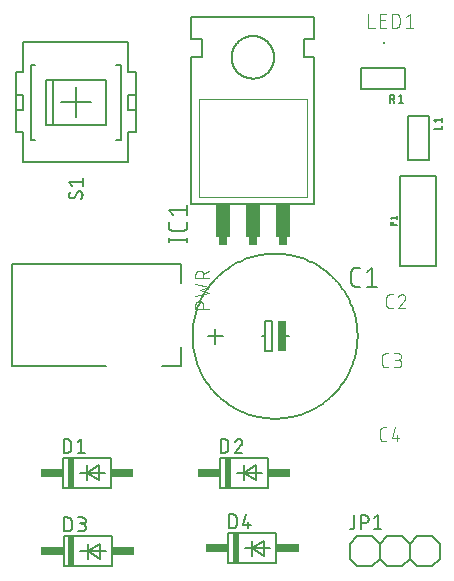
<source format=gbr>
G04 EAGLE Gerber RS-274X export*
G75*
%MOMM*%
%FSLAX34Y34*%
%LPD*%
%INSilkscreen Top*%
%IPPOS*%
%AMOC8*
5,1,8,0,0,1.08239X$1,22.5*%
G01*
%ADD10C,0.152400*%
%ADD11R,0.635000X2.540000*%
%ADD12C,0.177800*%
%ADD13C,0.101600*%
%ADD14R,0.508000X2.540000*%
%ADD15R,1.905000X0.762000*%
%ADD16C,0.127000*%
%ADD17C,0.203200*%
%ADD18R,0.200000X0.200000*%
%ADD19C,0.050800*%
%ADD20R,0.762000X0.635000*%
%ADD21R,1.270000X2.794000*%


D10*
X227270Y212100D02*
X229810Y212100D01*
X229810Y199400D01*
X236160Y199400D01*
X236160Y224800D01*
X229810Y224800D01*
X229810Y212100D01*
X245050Y212100D02*
X250130Y212100D01*
X194250Y212100D02*
X181550Y212100D01*
X187900Y205750D02*
X187900Y218450D01*
X168850Y212100D02*
X168871Y213814D01*
X168934Y215527D01*
X169039Y217238D01*
X169186Y218946D01*
X169375Y220650D01*
X169606Y222349D01*
X169878Y224042D01*
X170192Y225727D01*
X170547Y227404D01*
X170943Y229072D01*
X171380Y230730D01*
X171858Y232376D01*
X172375Y234011D01*
X172933Y235632D01*
X173530Y237239D01*
X174167Y238830D01*
X174842Y240406D01*
X175556Y241965D01*
X176308Y243505D01*
X177098Y245027D01*
X177924Y246529D01*
X178788Y248010D01*
X179687Y249470D01*
X180622Y250907D01*
X181592Y252320D01*
X182596Y253710D01*
X183634Y255074D01*
X184705Y256412D01*
X185809Y257724D01*
X186945Y259008D01*
X188111Y260264D01*
X189309Y261491D01*
X190536Y262689D01*
X191792Y263855D01*
X193076Y264991D01*
X194388Y266095D01*
X195726Y267166D01*
X197090Y268204D01*
X198480Y269208D01*
X199893Y270178D01*
X201330Y271113D01*
X202790Y272012D01*
X204271Y272876D01*
X205773Y273702D01*
X207295Y274492D01*
X208835Y275244D01*
X210394Y275958D01*
X211970Y276633D01*
X213561Y277270D01*
X215168Y277867D01*
X216789Y278425D01*
X218424Y278942D01*
X220070Y279420D01*
X221728Y279857D01*
X223396Y280253D01*
X225073Y280608D01*
X226758Y280922D01*
X228451Y281194D01*
X230150Y281425D01*
X231854Y281614D01*
X233562Y281761D01*
X235273Y281866D01*
X236986Y281929D01*
X238700Y281950D01*
X240414Y281929D01*
X242127Y281866D01*
X243838Y281761D01*
X245546Y281614D01*
X247250Y281425D01*
X248949Y281194D01*
X250642Y280922D01*
X252327Y280608D01*
X254004Y280253D01*
X255672Y279857D01*
X257330Y279420D01*
X258976Y278942D01*
X260611Y278425D01*
X262232Y277867D01*
X263839Y277270D01*
X265430Y276633D01*
X267006Y275958D01*
X268565Y275244D01*
X270105Y274492D01*
X271627Y273702D01*
X273129Y272876D01*
X274610Y272012D01*
X276070Y271113D01*
X277507Y270178D01*
X278920Y269208D01*
X280310Y268204D01*
X281674Y267166D01*
X283012Y266095D01*
X284324Y264991D01*
X285608Y263855D01*
X286864Y262689D01*
X288091Y261491D01*
X289289Y260264D01*
X290455Y259008D01*
X291591Y257724D01*
X292695Y256412D01*
X293766Y255074D01*
X294804Y253710D01*
X295808Y252320D01*
X296778Y250907D01*
X297713Y249470D01*
X298612Y248010D01*
X299476Y246529D01*
X300302Y245027D01*
X301092Y243505D01*
X301844Y241965D01*
X302558Y240406D01*
X303233Y238830D01*
X303870Y237239D01*
X304467Y235632D01*
X305025Y234011D01*
X305542Y232376D01*
X306020Y230730D01*
X306457Y229072D01*
X306853Y227404D01*
X307208Y225727D01*
X307522Y224042D01*
X307794Y222349D01*
X308025Y220650D01*
X308214Y218946D01*
X308361Y217238D01*
X308466Y215527D01*
X308529Y213814D01*
X308550Y212100D01*
X308529Y210386D01*
X308466Y208673D01*
X308361Y206962D01*
X308214Y205254D01*
X308025Y203550D01*
X307794Y201851D01*
X307522Y200158D01*
X307208Y198473D01*
X306853Y196796D01*
X306457Y195128D01*
X306020Y193470D01*
X305542Y191824D01*
X305025Y190189D01*
X304467Y188568D01*
X303870Y186961D01*
X303233Y185370D01*
X302558Y183794D01*
X301844Y182235D01*
X301092Y180695D01*
X300302Y179173D01*
X299476Y177671D01*
X298612Y176190D01*
X297713Y174730D01*
X296778Y173293D01*
X295808Y171880D01*
X294804Y170490D01*
X293766Y169126D01*
X292695Y167788D01*
X291591Y166476D01*
X290455Y165192D01*
X289289Y163936D01*
X288091Y162709D01*
X286864Y161511D01*
X285608Y160345D01*
X284324Y159209D01*
X283012Y158105D01*
X281674Y157034D01*
X280310Y155996D01*
X278920Y154992D01*
X277507Y154022D01*
X276070Y153087D01*
X274610Y152188D01*
X273129Y151324D01*
X271627Y150498D01*
X270105Y149708D01*
X268565Y148956D01*
X267006Y148242D01*
X265430Y147567D01*
X263839Y146930D01*
X262232Y146333D01*
X260611Y145775D01*
X258976Y145258D01*
X257330Y144780D01*
X255672Y144343D01*
X254004Y143947D01*
X252327Y143592D01*
X250642Y143278D01*
X248949Y143006D01*
X247250Y142775D01*
X245546Y142586D01*
X243838Y142439D01*
X242127Y142334D01*
X240414Y142271D01*
X238700Y142250D01*
X236986Y142271D01*
X235273Y142334D01*
X233562Y142439D01*
X231854Y142586D01*
X230150Y142775D01*
X228451Y143006D01*
X226758Y143278D01*
X225073Y143592D01*
X223396Y143947D01*
X221728Y144343D01*
X220070Y144780D01*
X218424Y145258D01*
X216789Y145775D01*
X215168Y146333D01*
X213561Y146930D01*
X211970Y147567D01*
X210394Y148242D01*
X208835Y148956D01*
X207295Y149708D01*
X205773Y150498D01*
X204271Y151324D01*
X202790Y152188D01*
X201330Y153087D01*
X199893Y154022D01*
X198480Y154992D01*
X197090Y155996D01*
X195726Y157034D01*
X194388Y158105D01*
X193076Y159209D01*
X191792Y160345D01*
X190536Y161511D01*
X189309Y162709D01*
X188111Y163936D01*
X186945Y165192D01*
X185809Y166476D01*
X184705Y167788D01*
X183634Y169126D01*
X182596Y170490D01*
X181592Y171880D01*
X180622Y173293D01*
X179687Y174730D01*
X178788Y176190D01*
X177924Y177671D01*
X177098Y179173D01*
X176308Y180695D01*
X175556Y182235D01*
X174842Y183794D01*
X174167Y185370D01*
X173530Y186961D01*
X172933Y188568D01*
X172375Y190189D01*
X171858Y191824D01*
X171380Y193470D01*
X170943Y195128D01*
X170547Y196796D01*
X170192Y198473D01*
X169878Y200158D01*
X169606Y201851D01*
X169375Y203550D01*
X169186Y205254D01*
X169039Y206962D01*
X168934Y208673D01*
X168871Y210386D01*
X168850Y212100D01*
D11*
X244415Y212100D03*
D12*
X306899Y254137D02*
X310455Y254137D01*
X306899Y254137D02*
X306783Y254139D01*
X306666Y254145D01*
X306550Y254154D01*
X306435Y254167D01*
X306320Y254184D01*
X306205Y254205D01*
X306092Y254230D01*
X305979Y254258D01*
X305867Y254290D01*
X305756Y254326D01*
X305646Y254365D01*
X305538Y254408D01*
X305431Y254454D01*
X305326Y254504D01*
X305223Y254557D01*
X305121Y254613D01*
X305021Y254673D01*
X304923Y254736D01*
X304828Y254803D01*
X304734Y254872D01*
X304643Y254944D01*
X304554Y255019D01*
X304468Y255098D01*
X304385Y255179D01*
X304304Y255262D01*
X304225Y255348D01*
X304150Y255437D01*
X304078Y255528D01*
X304009Y255622D01*
X303942Y255717D01*
X303879Y255815D01*
X303819Y255915D01*
X303763Y256017D01*
X303710Y256120D01*
X303660Y256225D01*
X303614Y256332D01*
X303571Y256440D01*
X303532Y256550D01*
X303496Y256661D01*
X303464Y256773D01*
X303436Y256886D01*
X303411Y256999D01*
X303390Y257114D01*
X303373Y257229D01*
X303360Y257344D01*
X303351Y257460D01*
X303345Y257577D01*
X303343Y257693D01*
X303343Y266583D01*
X303345Y266699D01*
X303351Y266816D01*
X303360Y266932D01*
X303373Y267047D01*
X303390Y267162D01*
X303411Y267277D01*
X303436Y267390D01*
X303464Y267503D01*
X303496Y267615D01*
X303532Y267726D01*
X303571Y267836D01*
X303614Y267944D01*
X303660Y268051D01*
X303710Y268156D01*
X303763Y268259D01*
X303819Y268361D01*
X303879Y268461D01*
X303942Y268559D01*
X304009Y268654D01*
X304078Y268748D01*
X304150Y268839D01*
X304225Y268928D01*
X304304Y269014D01*
X304385Y269097D01*
X304468Y269178D01*
X304554Y269257D01*
X304643Y269332D01*
X304734Y269404D01*
X304828Y269473D01*
X304923Y269540D01*
X305021Y269603D01*
X305121Y269663D01*
X305223Y269719D01*
X305326Y269772D01*
X305431Y269822D01*
X305538Y269868D01*
X305646Y269911D01*
X305756Y269950D01*
X305867Y269986D01*
X305979Y270018D01*
X306092Y270046D01*
X306205Y270071D01*
X306320Y270092D01*
X306435Y270109D01*
X306550Y270122D01*
X306666Y270131D01*
X306783Y270137D01*
X306899Y270139D01*
X310455Y270139D01*
X316413Y266583D02*
X320858Y270139D01*
X320858Y254137D01*
X316413Y254137D02*
X325303Y254137D01*
D13*
X335604Y235808D02*
X338201Y235808D01*
X335604Y235808D02*
X335505Y235810D01*
X335405Y235816D01*
X335306Y235825D01*
X335208Y235838D01*
X335110Y235855D01*
X335012Y235876D01*
X334916Y235901D01*
X334821Y235929D01*
X334727Y235961D01*
X334634Y235996D01*
X334542Y236035D01*
X334452Y236078D01*
X334364Y236123D01*
X334277Y236173D01*
X334193Y236225D01*
X334110Y236281D01*
X334030Y236339D01*
X333952Y236401D01*
X333877Y236466D01*
X333804Y236534D01*
X333734Y236604D01*
X333666Y236677D01*
X333601Y236752D01*
X333539Y236830D01*
X333481Y236910D01*
X333425Y236993D01*
X333373Y237077D01*
X333323Y237164D01*
X333278Y237252D01*
X333235Y237342D01*
X333196Y237434D01*
X333161Y237527D01*
X333129Y237621D01*
X333101Y237716D01*
X333076Y237812D01*
X333055Y237910D01*
X333038Y238008D01*
X333025Y238106D01*
X333016Y238205D01*
X333010Y238305D01*
X333008Y238404D01*
X333008Y244896D01*
X333010Y244995D01*
X333016Y245095D01*
X333025Y245194D01*
X333038Y245292D01*
X333055Y245390D01*
X333076Y245488D01*
X333101Y245584D01*
X333129Y245679D01*
X333161Y245773D01*
X333196Y245866D01*
X333235Y245958D01*
X333278Y246048D01*
X333323Y246136D01*
X333373Y246223D01*
X333425Y246307D01*
X333481Y246390D01*
X333539Y246470D01*
X333601Y246548D01*
X333666Y246623D01*
X333734Y246696D01*
X333804Y246766D01*
X333877Y246834D01*
X333952Y246899D01*
X334030Y246961D01*
X334110Y247019D01*
X334193Y247075D01*
X334277Y247127D01*
X334364Y247177D01*
X334452Y247222D01*
X334542Y247265D01*
X334634Y247304D01*
X334726Y247339D01*
X334821Y247371D01*
X334916Y247399D01*
X335012Y247424D01*
X335110Y247445D01*
X335208Y247462D01*
X335306Y247475D01*
X335405Y247484D01*
X335505Y247490D01*
X335604Y247492D01*
X338201Y247492D01*
X346136Y247492D02*
X346243Y247490D01*
X346349Y247484D01*
X346455Y247474D01*
X346561Y247461D01*
X346667Y247443D01*
X346771Y247422D01*
X346875Y247397D01*
X346978Y247368D01*
X347079Y247336D01*
X347179Y247299D01*
X347278Y247259D01*
X347376Y247216D01*
X347472Y247169D01*
X347566Y247118D01*
X347658Y247064D01*
X347748Y247007D01*
X347836Y246947D01*
X347921Y246883D01*
X348004Y246816D01*
X348085Y246746D01*
X348163Y246674D01*
X348239Y246598D01*
X348311Y246520D01*
X348381Y246439D01*
X348448Y246356D01*
X348512Y246271D01*
X348572Y246183D01*
X348629Y246093D01*
X348683Y246001D01*
X348734Y245907D01*
X348781Y245811D01*
X348824Y245713D01*
X348864Y245614D01*
X348901Y245514D01*
X348933Y245413D01*
X348962Y245310D01*
X348987Y245206D01*
X349008Y245102D01*
X349026Y244996D01*
X349039Y244890D01*
X349049Y244784D01*
X349055Y244678D01*
X349057Y244571D01*
X346136Y247492D02*
X346015Y247490D01*
X345894Y247484D01*
X345774Y247474D01*
X345653Y247461D01*
X345534Y247443D01*
X345414Y247422D01*
X345296Y247397D01*
X345179Y247368D01*
X345062Y247335D01*
X344947Y247299D01*
X344833Y247258D01*
X344720Y247215D01*
X344608Y247167D01*
X344499Y247116D01*
X344391Y247061D01*
X344284Y247003D01*
X344180Y246942D01*
X344078Y246877D01*
X343978Y246809D01*
X343880Y246738D01*
X343784Y246664D01*
X343691Y246587D01*
X343601Y246506D01*
X343513Y246423D01*
X343428Y246337D01*
X343345Y246248D01*
X343266Y246157D01*
X343189Y246063D01*
X343116Y245967D01*
X343046Y245869D01*
X342979Y245768D01*
X342915Y245665D01*
X342855Y245560D01*
X342798Y245453D01*
X342744Y245345D01*
X342694Y245235D01*
X342648Y245123D01*
X342605Y245010D01*
X342566Y244895D01*
X348084Y242299D02*
X348163Y242376D01*
X348239Y242457D01*
X348312Y242540D01*
X348382Y242625D01*
X348449Y242713D01*
X348513Y242803D01*
X348573Y242895D01*
X348630Y242990D01*
X348684Y243086D01*
X348735Y243184D01*
X348782Y243284D01*
X348826Y243386D01*
X348866Y243489D01*
X348902Y243593D01*
X348934Y243699D01*
X348963Y243805D01*
X348988Y243913D01*
X349010Y244021D01*
X349027Y244131D01*
X349041Y244240D01*
X349050Y244350D01*
X349056Y244461D01*
X349058Y244571D01*
X348084Y242299D02*
X342566Y235808D01*
X349057Y235808D01*
X334701Y185808D02*
X332104Y185808D01*
X332005Y185810D01*
X331905Y185816D01*
X331806Y185825D01*
X331708Y185838D01*
X331610Y185855D01*
X331512Y185876D01*
X331416Y185901D01*
X331321Y185929D01*
X331227Y185961D01*
X331134Y185996D01*
X331042Y186035D01*
X330952Y186078D01*
X330864Y186123D01*
X330777Y186173D01*
X330693Y186225D01*
X330610Y186281D01*
X330530Y186339D01*
X330452Y186401D01*
X330377Y186466D01*
X330304Y186534D01*
X330234Y186604D01*
X330166Y186677D01*
X330101Y186752D01*
X330039Y186830D01*
X329981Y186910D01*
X329925Y186993D01*
X329873Y187077D01*
X329823Y187164D01*
X329778Y187252D01*
X329735Y187342D01*
X329696Y187434D01*
X329661Y187527D01*
X329629Y187621D01*
X329601Y187716D01*
X329576Y187812D01*
X329555Y187910D01*
X329538Y188008D01*
X329525Y188106D01*
X329516Y188205D01*
X329510Y188305D01*
X329508Y188404D01*
X329508Y194896D01*
X329510Y194995D01*
X329516Y195095D01*
X329525Y195194D01*
X329538Y195292D01*
X329555Y195390D01*
X329576Y195488D01*
X329601Y195584D01*
X329629Y195679D01*
X329661Y195773D01*
X329696Y195866D01*
X329735Y195958D01*
X329778Y196048D01*
X329823Y196136D01*
X329873Y196223D01*
X329925Y196307D01*
X329981Y196390D01*
X330039Y196470D01*
X330101Y196548D01*
X330166Y196623D01*
X330234Y196696D01*
X330304Y196766D01*
X330377Y196834D01*
X330452Y196899D01*
X330530Y196961D01*
X330610Y197019D01*
X330693Y197075D01*
X330777Y197127D01*
X330864Y197177D01*
X330952Y197222D01*
X331042Y197265D01*
X331134Y197304D01*
X331226Y197339D01*
X331321Y197371D01*
X331416Y197399D01*
X331512Y197424D01*
X331610Y197445D01*
X331708Y197462D01*
X331806Y197475D01*
X331905Y197484D01*
X332005Y197490D01*
X332104Y197492D01*
X334701Y197492D01*
X339066Y185808D02*
X342312Y185808D01*
X342425Y185810D01*
X342538Y185816D01*
X342651Y185826D01*
X342764Y185840D01*
X342876Y185857D01*
X342987Y185879D01*
X343097Y185904D01*
X343207Y185934D01*
X343315Y185967D01*
X343422Y186004D01*
X343528Y186044D01*
X343632Y186089D01*
X343735Y186137D01*
X343836Y186188D01*
X343935Y186243D01*
X344032Y186301D01*
X344127Y186363D01*
X344220Y186428D01*
X344310Y186496D01*
X344398Y186567D01*
X344484Y186642D01*
X344567Y186719D01*
X344647Y186799D01*
X344724Y186882D01*
X344799Y186968D01*
X344870Y187056D01*
X344938Y187146D01*
X345003Y187239D01*
X345065Y187334D01*
X345123Y187431D01*
X345178Y187530D01*
X345229Y187631D01*
X345277Y187734D01*
X345322Y187838D01*
X345362Y187944D01*
X345399Y188051D01*
X345432Y188159D01*
X345462Y188269D01*
X345487Y188379D01*
X345509Y188490D01*
X345526Y188602D01*
X345540Y188715D01*
X345550Y188828D01*
X345556Y188941D01*
X345558Y189054D01*
X345556Y189167D01*
X345550Y189280D01*
X345540Y189393D01*
X345526Y189506D01*
X345509Y189618D01*
X345487Y189729D01*
X345462Y189839D01*
X345432Y189949D01*
X345399Y190057D01*
X345362Y190164D01*
X345322Y190270D01*
X345277Y190374D01*
X345229Y190477D01*
X345178Y190578D01*
X345123Y190677D01*
X345065Y190774D01*
X345003Y190869D01*
X344938Y190962D01*
X344870Y191052D01*
X344799Y191140D01*
X344724Y191226D01*
X344647Y191309D01*
X344567Y191389D01*
X344484Y191466D01*
X344398Y191541D01*
X344310Y191612D01*
X344220Y191680D01*
X344127Y191745D01*
X344032Y191807D01*
X343935Y191865D01*
X343836Y191920D01*
X343735Y191971D01*
X343632Y192019D01*
X343528Y192064D01*
X343422Y192104D01*
X343315Y192141D01*
X343207Y192174D01*
X343097Y192204D01*
X342987Y192229D01*
X342876Y192251D01*
X342764Y192268D01*
X342651Y192282D01*
X342538Y192292D01*
X342425Y192298D01*
X342312Y192300D01*
X342961Y197492D02*
X339066Y197492D01*
X342961Y197492D02*
X343062Y197490D01*
X343162Y197484D01*
X343262Y197474D01*
X343362Y197461D01*
X343461Y197443D01*
X343560Y197422D01*
X343657Y197397D01*
X343754Y197368D01*
X343849Y197335D01*
X343943Y197299D01*
X344035Y197259D01*
X344126Y197216D01*
X344215Y197169D01*
X344302Y197119D01*
X344388Y197065D01*
X344471Y197008D01*
X344551Y196948D01*
X344630Y196885D01*
X344706Y196818D01*
X344779Y196749D01*
X344849Y196677D01*
X344917Y196603D01*
X344982Y196526D01*
X345043Y196446D01*
X345102Y196364D01*
X345157Y196280D01*
X345209Y196194D01*
X345258Y196106D01*
X345303Y196016D01*
X345345Y195924D01*
X345383Y195831D01*
X345417Y195736D01*
X345448Y195641D01*
X345475Y195544D01*
X345498Y195446D01*
X345518Y195347D01*
X345533Y195247D01*
X345545Y195147D01*
X345553Y195047D01*
X345557Y194946D01*
X345557Y194846D01*
X345553Y194745D01*
X345545Y194645D01*
X345533Y194545D01*
X345518Y194445D01*
X345498Y194346D01*
X345475Y194248D01*
X345448Y194151D01*
X345417Y194056D01*
X345383Y193961D01*
X345345Y193868D01*
X345303Y193776D01*
X345258Y193686D01*
X345209Y193598D01*
X345157Y193512D01*
X345102Y193428D01*
X345043Y193346D01*
X344982Y193266D01*
X344917Y193189D01*
X344849Y193115D01*
X344779Y193043D01*
X344706Y192974D01*
X344630Y192907D01*
X344551Y192844D01*
X344471Y192784D01*
X344388Y192727D01*
X344302Y192673D01*
X344215Y192623D01*
X344126Y192576D01*
X344035Y192533D01*
X343943Y192493D01*
X343849Y192457D01*
X343754Y192424D01*
X343657Y192395D01*
X343560Y192370D01*
X343461Y192349D01*
X343362Y192331D01*
X343262Y192318D01*
X343162Y192308D01*
X343062Y192302D01*
X342961Y192300D01*
X342961Y192299D02*
X340364Y192299D01*
X333001Y123208D02*
X330404Y123208D01*
X330305Y123210D01*
X330205Y123216D01*
X330106Y123225D01*
X330008Y123238D01*
X329910Y123255D01*
X329812Y123276D01*
X329716Y123301D01*
X329621Y123329D01*
X329527Y123361D01*
X329434Y123396D01*
X329342Y123435D01*
X329252Y123478D01*
X329164Y123523D01*
X329077Y123573D01*
X328993Y123625D01*
X328910Y123681D01*
X328830Y123739D01*
X328752Y123801D01*
X328677Y123866D01*
X328604Y123934D01*
X328534Y124004D01*
X328466Y124077D01*
X328401Y124152D01*
X328339Y124230D01*
X328281Y124310D01*
X328225Y124393D01*
X328173Y124477D01*
X328123Y124564D01*
X328078Y124652D01*
X328035Y124742D01*
X327996Y124834D01*
X327961Y124927D01*
X327929Y125021D01*
X327901Y125116D01*
X327876Y125212D01*
X327855Y125310D01*
X327838Y125408D01*
X327825Y125506D01*
X327816Y125605D01*
X327810Y125705D01*
X327808Y125804D01*
X327808Y132296D01*
X327810Y132395D01*
X327816Y132495D01*
X327825Y132594D01*
X327838Y132692D01*
X327855Y132790D01*
X327876Y132888D01*
X327901Y132984D01*
X327929Y133079D01*
X327961Y133173D01*
X327996Y133266D01*
X328035Y133358D01*
X328078Y133448D01*
X328123Y133536D01*
X328173Y133623D01*
X328225Y133707D01*
X328281Y133790D01*
X328339Y133870D01*
X328401Y133948D01*
X328466Y134023D01*
X328534Y134096D01*
X328604Y134166D01*
X328677Y134234D01*
X328752Y134299D01*
X328830Y134361D01*
X328910Y134419D01*
X328993Y134475D01*
X329077Y134527D01*
X329164Y134577D01*
X329252Y134622D01*
X329342Y134665D01*
X329434Y134704D01*
X329526Y134739D01*
X329621Y134771D01*
X329716Y134799D01*
X329812Y134824D01*
X329910Y134845D01*
X330008Y134862D01*
X330106Y134875D01*
X330205Y134884D01*
X330305Y134890D01*
X330404Y134892D01*
X333001Y134892D01*
X339963Y134892D02*
X337366Y125804D01*
X343857Y125804D01*
X341910Y128401D02*
X341910Y123208D01*
D10*
X99820Y83700D02*
X59180Y83700D01*
X99820Y83700D02*
X99820Y109100D01*
X59180Y109100D01*
X59180Y83700D01*
X73150Y96400D02*
X79500Y96400D01*
X89660Y102750D02*
X89660Y90050D01*
X79500Y96400D01*
X94740Y96400D01*
X89660Y102750D02*
X79500Y96400D01*
X79500Y102750D01*
X79500Y96400D02*
X79500Y90050D01*
D14*
X65530Y96400D03*
D15*
X109345Y96400D03*
X49655Y96400D03*
D16*
X59815Y113545D02*
X59815Y124975D01*
X62990Y124975D01*
X63101Y124973D01*
X63211Y124967D01*
X63322Y124958D01*
X63432Y124944D01*
X63541Y124927D01*
X63650Y124906D01*
X63758Y124881D01*
X63865Y124852D01*
X63971Y124820D01*
X64076Y124784D01*
X64179Y124744D01*
X64281Y124701D01*
X64382Y124654D01*
X64481Y124603D01*
X64578Y124550D01*
X64672Y124493D01*
X64765Y124432D01*
X64856Y124369D01*
X64945Y124302D01*
X65031Y124232D01*
X65114Y124159D01*
X65196Y124084D01*
X65274Y124006D01*
X65349Y123924D01*
X65422Y123841D01*
X65492Y123755D01*
X65559Y123666D01*
X65622Y123575D01*
X65683Y123482D01*
X65740Y123388D01*
X65793Y123291D01*
X65844Y123192D01*
X65891Y123091D01*
X65934Y122989D01*
X65974Y122886D01*
X66010Y122781D01*
X66042Y122675D01*
X66071Y122568D01*
X66096Y122460D01*
X66117Y122351D01*
X66134Y122242D01*
X66148Y122132D01*
X66157Y122021D01*
X66163Y121911D01*
X66165Y121800D01*
X66165Y116720D01*
X66163Y116609D01*
X66157Y116499D01*
X66148Y116388D01*
X66134Y116278D01*
X66117Y116169D01*
X66096Y116060D01*
X66071Y115952D01*
X66042Y115845D01*
X66010Y115739D01*
X65974Y115634D01*
X65934Y115531D01*
X65891Y115429D01*
X65844Y115328D01*
X65793Y115229D01*
X65740Y115132D01*
X65683Y115038D01*
X65622Y114945D01*
X65559Y114854D01*
X65492Y114765D01*
X65422Y114679D01*
X65349Y114596D01*
X65274Y114514D01*
X65196Y114436D01*
X65114Y114361D01*
X65031Y114288D01*
X64945Y114218D01*
X64856Y114151D01*
X64765Y114088D01*
X64672Y114027D01*
X64577Y113970D01*
X64481Y113917D01*
X64382Y113866D01*
X64281Y113819D01*
X64179Y113776D01*
X64076Y113736D01*
X63971Y113700D01*
X63865Y113668D01*
X63758Y113639D01*
X63650Y113614D01*
X63541Y113593D01*
X63432Y113576D01*
X63322Y113562D01*
X63211Y113553D01*
X63101Y113547D01*
X62990Y113545D01*
X59815Y113545D01*
X71626Y122435D02*
X74801Y124975D01*
X74801Y113545D01*
X71626Y113545D02*
X77976Y113545D01*
D10*
X192180Y83700D02*
X232820Y83700D01*
X232820Y109100D01*
X192180Y109100D01*
X192180Y83700D01*
X206150Y96400D02*
X212500Y96400D01*
X222660Y102750D02*
X222660Y90050D01*
X212500Y96400D01*
X227740Y96400D01*
X222660Y102750D02*
X212500Y96400D01*
X212500Y102750D01*
X212500Y96400D02*
X212500Y90050D01*
D14*
X198530Y96400D03*
D15*
X242345Y96400D03*
X182655Y96400D03*
D16*
X192815Y113545D02*
X192815Y124975D01*
X195990Y124975D01*
X196101Y124973D01*
X196211Y124967D01*
X196322Y124958D01*
X196432Y124944D01*
X196541Y124927D01*
X196650Y124906D01*
X196758Y124881D01*
X196865Y124852D01*
X196971Y124820D01*
X197076Y124784D01*
X197179Y124744D01*
X197281Y124701D01*
X197382Y124654D01*
X197481Y124603D01*
X197578Y124550D01*
X197672Y124493D01*
X197765Y124432D01*
X197856Y124369D01*
X197945Y124302D01*
X198031Y124232D01*
X198114Y124159D01*
X198196Y124084D01*
X198274Y124006D01*
X198349Y123924D01*
X198422Y123841D01*
X198492Y123755D01*
X198559Y123666D01*
X198622Y123575D01*
X198683Y123482D01*
X198740Y123388D01*
X198793Y123291D01*
X198844Y123192D01*
X198891Y123091D01*
X198934Y122989D01*
X198974Y122886D01*
X199010Y122781D01*
X199042Y122675D01*
X199071Y122568D01*
X199096Y122460D01*
X199117Y122351D01*
X199134Y122242D01*
X199148Y122132D01*
X199157Y122021D01*
X199163Y121911D01*
X199165Y121800D01*
X199165Y116720D01*
X199163Y116609D01*
X199157Y116499D01*
X199148Y116388D01*
X199134Y116278D01*
X199117Y116169D01*
X199096Y116060D01*
X199071Y115952D01*
X199042Y115845D01*
X199010Y115739D01*
X198974Y115634D01*
X198934Y115531D01*
X198891Y115429D01*
X198844Y115328D01*
X198793Y115229D01*
X198740Y115132D01*
X198683Y115038D01*
X198622Y114945D01*
X198559Y114854D01*
X198492Y114765D01*
X198422Y114679D01*
X198349Y114596D01*
X198274Y114514D01*
X198196Y114436D01*
X198114Y114361D01*
X198031Y114288D01*
X197945Y114218D01*
X197856Y114151D01*
X197765Y114088D01*
X197672Y114027D01*
X197577Y113970D01*
X197481Y113917D01*
X197382Y113866D01*
X197281Y113819D01*
X197179Y113776D01*
X197076Y113736D01*
X196971Y113700D01*
X196865Y113668D01*
X196758Y113639D01*
X196650Y113614D01*
X196541Y113593D01*
X196432Y113576D01*
X196322Y113562D01*
X196211Y113553D01*
X196101Y113547D01*
X195990Y113545D01*
X192815Y113545D01*
X208119Y124976D02*
X208223Y124974D01*
X208328Y124968D01*
X208432Y124959D01*
X208535Y124946D01*
X208638Y124928D01*
X208740Y124908D01*
X208842Y124883D01*
X208942Y124855D01*
X209042Y124823D01*
X209140Y124787D01*
X209237Y124748D01*
X209332Y124706D01*
X209426Y124660D01*
X209518Y124610D01*
X209608Y124558D01*
X209696Y124502D01*
X209782Y124442D01*
X209866Y124380D01*
X209947Y124315D01*
X210026Y124247D01*
X210103Y124175D01*
X210176Y124102D01*
X210248Y124025D01*
X210316Y123946D01*
X210381Y123865D01*
X210443Y123781D01*
X210503Y123695D01*
X210559Y123607D01*
X210611Y123517D01*
X210661Y123425D01*
X210707Y123331D01*
X210749Y123236D01*
X210788Y123139D01*
X210824Y123041D01*
X210856Y122941D01*
X210884Y122841D01*
X210909Y122739D01*
X210929Y122637D01*
X210947Y122534D01*
X210960Y122431D01*
X210969Y122327D01*
X210975Y122222D01*
X210977Y122118D01*
X208119Y124975D02*
X208001Y124973D01*
X207882Y124967D01*
X207764Y124958D01*
X207647Y124945D01*
X207530Y124927D01*
X207413Y124907D01*
X207297Y124882D01*
X207182Y124854D01*
X207069Y124821D01*
X206956Y124786D01*
X206844Y124746D01*
X206734Y124704D01*
X206625Y124657D01*
X206517Y124607D01*
X206412Y124554D01*
X206308Y124497D01*
X206206Y124437D01*
X206106Y124374D01*
X206008Y124307D01*
X205912Y124238D01*
X205819Y124165D01*
X205728Y124089D01*
X205639Y124011D01*
X205553Y123929D01*
X205470Y123845D01*
X205389Y123759D01*
X205312Y123669D01*
X205237Y123578D01*
X205165Y123484D01*
X205096Y123387D01*
X205031Y123289D01*
X204968Y123188D01*
X204909Y123085D01*
X204853Y122981D01*
X204801Y122875D01*
X204752Y122767D01*
X204707Y122658D01*
X204665Y122547D01*
X204627Y122435D01*
X210024Y119896D02*
X210100Y119971D01*
X210175Y120050D01*
X210246Y120131D01*
X210315Y120215D01*
X210380Y120301D01*
X210442Y120389D01*
X210502Y120479D01*
X210558Y120571D01*
X210611Y120666D01*
X210660Y120762D01*
X210706Y120860D01*
X210749Y120959D01*
X210788Y121060D01*
X210823Y121162D01*
X210855Y121265D01*
X210883Y121369D01*
X210908Y121474D01*
X210929Y121581D01*
X210946Y121687D01*
X210959Y121794D01*
X210968Y121902D01*
X210974Y122010D01*
X210976Y122118D01*
X210024Y119895D02*
X204626Y113545D01*
X210976Y113545D01*
D10*
X100320Y17300D02*
X59680Y17300D01*
X100320Y17300D02*
X100320Y42700D01*
X59680Y42700D01*
X59680Y17300D01*
X73650Y30000D02*
X80000Y30000D01*
X90160Y36350D02*
X90160Y23650D01*
X80000Y30000D01*
X95240Y30000D01*
X90160Y36350D02*
X80000Y30000D01*
X80000Y36350D01*
X80000Y30000D02*
X80000Y23650D01*
D14*
X66030Y30000D03*
D15*
X109845Y30000D03*
X50155Y30000D03*
D16*
X60315Y47145D02*
X60315Y58575D01*
X63490Y58575D01*
X63601Y58573D01*
X63711Y58567D01*
X63822Y58558D01*
X63932Y58544D01*
X64041Y58527D01*
X64150Y58506D01*
X64258Y58481D01*
X64365Y58452D01*
X64471Y58420D01*
X64576Y58384D01*
X64679Y58344D01*
X64781Y58301D01*
X64882Y58254D01*
X64981Y58203D01*
X65078Y58150D01*
X65172Y58093D01*
X65265Y58032D01*
X65356Y57969D01*
X65445Y57902D01*
X65531Y57832D01*
X65614Y57759D01*
X65696Y57684D01*
X65774Y57606D01*
X65849Y57524D01*
X65922Y57441D01*
X65992Y57355D01*
X66059Y57266D01*
X66122Y57175D01*
X66183Y57082D01*
X66240Y56988D01*
X66293Y56891D01*
X66344Y56792D01*
X66391Y56691D01*
X66434Y56589D01*
X66474Y56486D01*
X66510Y56381D01*
X66542Y56275D01*
X66571Y56168D01*
X66596Y56060D01*
X66617Y55951D01*
X66634Y55842D01*
X66648Y55732D01*
X66657Y55621D01*
X66663Y55511D01*
X66665Y55400D01*
X66665Y50320D01*
X66663Y50209D01*
X66657Y50099D01*
X66648Y49988D01*
X66634Y49878D01*
X66617Y49769D01*
X66596Y49660D01*
X66571Y49552D01*
X66542Y49445D01*
X66510Y49339D01*
X66474Y49234D01*
X66434Y49131D01*
X66391Y49029D01*
X66344Y48928D01*
X66293Y48829D01*
X66240Y48732D01*
X66183Y48638D01*
X66122Y48545D01*
X66059Y48454D01*
X65992Y48365D01*
X65922Y48279D01*
X65849Y48196D01*
X65774Y48114D01*
X65696Y48036D01*
X65614Y47961D01*
X65531Y47888D01*
X65445Y47818D01*
X65356Y47751D01*
X65265Y47688D01*
X65172Y47627D01*
X65077Y47570D01*
X64981Y47517D01*
X64882Y47466D01*
X64781Y47419D01*
X64679Y47376D01*
X64576Y47336D01*
X64471Y47300D01*
X64365Y47268D01*
X64258Y47239D01*
X64150Y47214D01*
X64041Y47193D01*
X63932Y47176D01*
X63822Y47162D01*
X63711Y47153D01*
X63601Y47147D01*
X63490Y47145D01*
X60315Y47145D01*
X72126Y47145D02*
X75301Y47145D01*
X75412Y47147D01*
X75522Y47153D01*
X75633Y47162D01*
X75743Y47176D01*
X75852Y47193D01*
X75961Y47214D01*
X76069Y47239D01*
X76176Y47268D01*
X76282Y47300D01*
X76387Y47336D01*
X76490Y47376D01*
X76592Y47419D01*
X76693Y47466D01*
X76792Y47517D01*
X76888Y47570D01*
X76983Y47627D01*
X77076Y47688D01*
X77167Y47751D01*
X77256Y47818D01*
X77342Y47888D01*
X77425Y47961D01*
X77507Y48036D01*
X77585Y48114D01*
X77660Y48196D01*
X77733Y48279D01*
X77803Y48365D01*
X77870Y48454D01*
X77933Y48545D01*
X77994Y48638D01*
X78051Y48732D01*
X78104Y48829D01*
X78155Y48928D01*
X78202Y49029D01*
X78245Y49131D01*
X78285Y49234D01*
X78321Y49339D01*
X78353Y49445D01*
X78382Y49552D01*
X78407Y49660D01*
X78428Y49769D01*
X78445Y49878D01*
X78459Y49988D01*
X78468Y50099D01*
X78474Y50209D01*
X78476Y50320D01*
X78474Y50431D01*
X78468Y50541D01*
X78459Y50652D01*
X78445Y50762D01*
X78428Y50871D01*
X78407Y50980D01*
X78382Y51088D01*
X78353Y51195D01*
X78321Y51301D01*
X78285Y51406D01*
X78245Y51509D01*
X78202Y51611D01*
X78155Y51712D01*
X78104Y51811D01*
X78051Y51907D01*
X77994Y52002D01*
X77933Y52095D01*
X77870Y52186D01*
X77803Y52275D01*
X77733Y52361D01*
X77660Y52444D01*
X77585Y52526D01*
X77507Y52604D01*
X77425Y52679D01*
X77342Y52752D01*
X77256Y52822D01*
X77167Y52889D01*
X77076Y52952D01*
X76983Y53013D01*
X76889Y53070D01*
X76792Y53123D01*
X76693Y53174D01*
X76592Y53221D01*
X76490Y53264D01*
X76387Y53304D01*
X76282Y53340D01*
X76176Y53372D01*
X76069Y53401D01*
X75961Y53426D01*
X75852Y53447D01*
X75743Y53464D01*
X75633Y53478D01*
X75522Y53487D01*
X75412Y53493D01*
X75301Y53495D01*
X75936Y58575D02*
X72126Y58575D01*
X75936Y58575D02*
X76036Y58573D01*
X76135Y58567D01*
X76235Y58557D01*
X76333Y58544D01*
X76432Y58526D01*
X76529Y58505D01*
X76625Y58480D01*
X76721Y58451D01*
X76815Y58418D01*
X76908Y58382D01*
X76999Y58342D01*
X77089Y58298D01*
X77177Y58251D01*
X77263Y58201D01*
X77347Y58147D01*
X77429Y58090D01*
X77508Y58030D01*
X77586Y57966D01*
X77660Y57900D01*
X77732Y57831D01*
X77801Y57759D01*
X77867Y57685D01*
X77931Y57607D01*
X77991Y57528D01*
X78048Y57446D01*
X78102Y57362D01*
X78152Y57276D01*
X78199Y57188D01*
X78243Y57098D01*
X78283Y57007D01*
X78319Y56914D01*
X78352Y56820D01*
X78381Y56724D01*
X78406Y56628D01*
X78427Y56531D01*
X78445Y56432D01*
X78458Y56334D01*
X78468Y56234D01*
X78474Y56135D01*
X78476Y56035D01*
X78474Y55935D01*
X78468Y55836D01*
X78458Y55736D01*
X78445Y55638D01*
X78427Y55539D01*
X78406Y55442D01*
X78381Y55346D01*
X78352Y55250D01*
X78319Y55156D01*
X78283Y55063D01*
X78243Y54972D01*
X78199Y54882D01*
X78152Y54794D01*
X78102Y54708D01*
X78048Y54624D01*
X77991Y54542D01*
X77931Y54463D01*
X77867Y54385D01*
X77801Y54311D01*
X77732Y54239D01*
X77660Y54170D01*
X77586Y54104D01*
X77508Y54040D01*
X77429Y53980D01*
X77347Y53923D01*
X77263Y53869D01*
X77177Y53819D01*
X77089Y53772D01*
X76999Y53728D01*
X76908Y53688D01*
X76815Y53652D01*
X76721Y53619D01*
X76625Y53590D01*
X76529Y53565D01*
X76432Y53544D01*
X76333Y53526D01*
X76235Y53513D01*
X76135Y53503D01*
X76036Y53497D01*
X75936Y53495D01*
X73396Y53495D01*
D10*
X199180Y19900D02*
X239820Y19900D01*
X239820Y45300D01*
X199180Y45300D01*
X199180Y19900D01*
X213150Y32600D02*
X219500Y32600D01*
X229660Y38950D02*
X229660Y26250D01*
X219500Y32600D01*
X234740Y32600D01*
X229660Y38950D02*
X219500Y32600D01*
X219500Y38950D01*
X219500Y32600D02*
X219500Y26250D01*
D14*
X205530Y32600D03*
D15*
X249345Y32600D03*
X189655Y32600D03*
D16*
X199815Y49745D02*
X199815Y61175D01*
X202990Y61175D01*
X203101Y61173D01*
X203211Y61167D01*
X203322Y61158D01*
X203432Y61144D01*
X203541Y61127D01*
X203650Y61106D01*
X203758Y61081D01*
X203865Y61052D01*
X203971Y61020D01*
X204076Y60984D01*
X204179Y60944D01*
X204281Y60901D01*
X204382Y60854D01*
X204481Y60803D01*
X204578Y60750D01*
X204672Y60693D01*
X204765Y60632D01*
X204856Y60569D01*
X204945Y60502D01*
X205031Y60432D01*
X205114Y60359D01*
X205196Y60284D01*
X205274Y60206D01*
X205349Y60124D01*
X205422Y60041D01*
X205492Y59955D01*
X205559Y59866D01*
X205622Y59775D01*
X205683Y59682D01*
X205740Y59588D01*
X205793Y59491D01*
X205844Y59392D01*
X205891Y59291D01*
X205934Y59189D01*
X205974Y59086D01*
X206010Y58981D01*
X206042Y58875D01*
X206071Y58768D01*
X206096Y58660D01*
X206117Y58551D01*
X206134Y58442D01*
X206148Y58332D01*
X206157Y58221D01*
X206163Y58111D01*
X206165Y58000D01*
X206165Y52920D01*
X206163Y52809D01*
X206157Y52699D01*
X206148Y52588D01*
X206134Y52478D01*
X206117Y52369D01*
X206096Y52260D01*
X206071Y52152D01*
X206042Y52045D01*
X206010Y51939D01*
X205974Y51834D01*
X205934Y51731D01*
X205891Y51629D01*
X205844Y51528D01*
X205793Y51429D01*
X205740Y51332D01*
X205683Y51238D01*
X205622Y51145D01*
X205559Y51054D01*
X205492Y50965D01*
X205422Y50879D01*
X205349Y50796D01*
X205274Y50714D01*
X205196Y50636D01*
X205114Y50561D01*
X205031Y50488D01*
X204945Y50418D01*
X204856Y50351D01*
X204765Y50288D01*
X204672Y50227D01*
X204577Y50170D01*
X204481Y50117D01*
X204382Y50066D01*
X204281Y50019D01*
X204179Y49976D01*
X204076Y49936D01*
X203971Y49900D01*
X203865Y49868D01*
X203758Y49839D01*
X203650Y49814D01*
X203541Y49793D01*
X203432Y49776D01*
X203322Y49762D01*
X203211Y49753D01*
X203101Y49747D01*
X202990Y49745D01*
X199815Y49745D01*
X211626Y52285D02*
X214166Y61175D01*
X211626Y52285D02*
X217976Y52285D01*
X216071Y54825D02*
X216071Y49745D01*
D17*
X344760Y271900D02*
X344760Y348100D01*
X375240Y348100D01*
X375240Y271900D01*
X344760Y271900D01*
D16*
X341585Y306383D02*
X336759Y306383D01*
X336759Y308528D01*
X338904Y308528D02*
X338904Y306383D01*
X337831Y310936D02*
X336759Y312276D01*
X341585Y312276D01*
X341585Y310936D02*
X341585Y313617D01*
D10*
X320950Y42700D02*
X308250Y42700D01*
X320950Y42700D02*
X327300Y36350D01*
X327300Y23650D01*
X320950Y17300D01*
X327300Y36350D02*
X333650Y42700D01*
X346350Y42700D01*
X352700Y36350D01*
X352700Y23650D01*
X346350Y17300D01*
X333650Y17300D01*
X327300Y23650D01*
X301900Y23650D02*
X301900Y36350D01*
X308250Y42700D01*
X301900Y23650D02*
X308250Y17300D01*
X320950Y17300D01*
X352700Y36350D02*
X359050Y42700D01*
X371750Y42700D01*
X378100Y36350D01*
X378100Y23650D01*
X371750Y17300D01*
X359050Y17300D01*
X352700Y23650D01*
D16*
X305583Y51463D02*
X305583Y60353D01*
X305583Y51463D02*
X305581Y51363D01*
X305575Y51264D01*
X305565Y51164D01*
X305552Y51066D01*
X305534Y50967D01*
X305513Y50870D01*
X305488Y50774D01*
X305459Y50678D01*
X305426Y50584D01*
X305390Y50491D01*
X305350Y50400D01*
X305306Y50310D01*
X305259Y50222D01*
X305209Y50136D01*
X305155Y50052D01*
X305098Y49970D01*
X305038Y49891D01*
X304974Y49813D01*
X304908Y49739D01*
X304839Y49667D01*
X304767Y49598D01*
X304693Y49532D01*
X304615Y49468D01*
X304536Y49408D01*
X304454Y49351D01*
X304370Y49297D01*
X304284Y49247D01*
X304196Y49200D01*
X304106Y49156D01*
X304015Y49116D01*
X303922Y49080D01*
X303828Y49047D01*
X303732Y49018D01*
X303636Y48993D01*
X303539Y48972D01*
X303440Y48954D01*
X303342Y48941D01*
X303242Y48931D01*
X303143Y48925D01*
X303043Y48923D01*
X301773Y48923D01*
X311563Y48923D02*
X311563Y60353D01*
X314738Y60353D01*
X314849Y60351D01*
X314959Y60345D01*
X315070Y60336D01*
X315180Y60322D01*
X315289Y60305D01*
X315398Y60284D01*
X315506Y60259D01*
X315613Y60230D01*
X315719Y60198D01*
X315824Y60162D01*
X315927Y60122D01*
X316029Y60079D01*
X316130Y60032D01*
X316229Y59981D01*
X316326Y59928D01*
X316420Y59871D01*
X316513Y59810D01*
X316604Y59747D01*
X316693Y59680D01*
X316779Y59610D01*
X316862Y59537D01*
X316944Y59462D01*
X317022Y59384D01*
X317097Y59302D01*
X317170Y59219D01*
X317240Y59133D01*
X317307Y59044D01*
X317370Y58953D01*
X317431Y58860D01*
X317488Y58765D01*
X317541Y58669D01*
X317592Y58570D01*
X317639Y58469D01*
X317682Y58367D01*
X317722Y58264D01*
X317758Y58159D01*
X317790Y58053D01*
X317819Y57946D01*
X317844Y57838D01*
X317865Y57729D01*
X317882Y57620D01*
X317896Y57510D01*
X317905Y57399D01*
X317911Y57289D01*
X317913Y57178D01*
X317911Y57067D01*
X317905Y56957D01*
X317896Y56846D01*
X317882Y56736D01*
X317865Y56627D01*
X317844Y56518D01*
X317819Y56410D01*
X317790Y56303D01*
X317758Y56197D01*
X317722Y56092D01*
X317682Y55989D01*
X317639Y55887D01*
X317592Y55786D01*
X317541Y55687D01*
X317488Y55590D01*
X317431Y55496D01*
X317370Y55403D01*
X317307Y55312D01*
X317240Y55223D01*
X317170Y55137D01*
X317097Y55054D01*
X317022Y54972D01*
X316944Y54894D01*
X316862Y54819D01*
X316779Y54746D01*
X316693Y54676D01*
X316604Y54609D01*
X316513Y54546D01*
X316420Y54485D01*
X316326Y54428D01*
X316229Y54375D01*
X316130Y54324D01*
X316029Y54277D01*
X315927Y54234D01*
X315824Y54194D01*
X315719Y54158D01*
X315613Y54126D01*
X315506Y54097D01*
X315398Y54072D01*
X315289Y54051D01*
X315180Y54034D01*
X315070Y54020D01*
X314959Y54011D01*
X314849Y54005D01*
X314738Y54003D01*
X311563Y54003D01*
X322422Y57813D02*
X325597Y60353D01*
X325597Y48923D01*
X322422Y48923D02*
X328772Y48923D01*
D17*
X368890Y361458D02*
X368890Y398542D01*
X368890Y361458D02*
X351110Y361458D01*
X351110Y398542D01*
X368890Y398542D01*
D10*
X373462Y387277D02*
X380066Y387277D01*
X380066Y390212D01*
X374930Y393349D02*
X373462Y395184D01*
X380066Y395184D01*
X380066Y397018D02*
X380066Y393349D01*
D18*
X331000Y460000D03*
D13*
X317808Y473208D02*
X317808Y484892D01*
X317808Y473208D02*
X323001Y473208D01*
X327714Y473208D02*
X332907Y473208D01*
X327714Y473208D02*
X327714Y484892D01*
X332907Y484892D01*
X331609Y479699D02*
X327714Y479699D01*
X337597Y484892D02*
X337597Y473208D01*
X337597Y484892D02*
X340843Y484892D01*
X340956Y484890D01*
X341069Y484884D01*
X341182Y484874D01*
X341295Y484860D01*
X341407Y484843D01*
X341518Y484821D01*
X341628Y484796D01*
X341738Y484766D01*
X341846Y484733D01*
X341953Y484696D01*
X342059Y484656D01*
X342163Y484611D01*
X342266Y484563D01*
X342367Y484512D01*
X342466Y484457D01*
X342563Y484399D01*
X342658Y484337D01*
X342751Y484272D01*
X342841Y484204D01*
X342929Y484133D01*
X343015Y484058D01*
X343098Y483981D01*
X343178Y483901D01*
X343255Y483818D01*
X343330Y483732D01*
X343401Y483644D01*
X343469Y483554D01*
X343534Y483461D01*
X343596Y483366D01*
X343654Y483269D01*
X343709Y483170D01*
X343760Y483069D01*
X343808Y482966D01*
X343853Y482862D01*
X343893Y482756D01*
X343930Y482649D01*
X343963Y482541D01*
X343993Y482431D01*
X344018Y482321D01*
X344040Y482210D01*
X344057Y482098D01*
X344071Y481985D01*
X344081Y481872D01*
X344087Y481759D01*
X344089Y481646D01*
X344089Y476454D01*
X344087Y476341D01*
X344081Y476228D01*
X344071Y476115D01*
X344057Y476002D01*
X344040Y475890D01*
X344018Y475779D01*
X343993Y475669D01*
X343963Y475559D01*
X343930Y475451D01*
X343893Y475344D01*
X343853Y475238D01*
X343808Y475134D01*
X343760Y475031D01*
X343709Y474930D01*
X343654Y474831D01*
X343596Y474734D01*
X343534Y474639D01*
X343469Y474546D01*
X343401Y474456D01*
X343330Y474368D01*
X343255Y474282D01*
X343178Y474199D01*
X343098Y474119D01*
X343015Y474042D01*
X342929Y473967D01*
X342841Y473896D01*
X342751Y473828D01*
X342658Y473763D01*
X342563Y473701D01*
X342466Y473643D01*
X342367Y473588D01*
X342266Y473537D01*
X342163Y473489D01*
X342059Y473444D01*
X341953Y473404D01*
X341846Y473367D01*
X341738Y473334D01*
X341628Y473304D01*
X341518Y473279D01*
X341407Y473257D01*
X341295Y473240D01*
X341182Y473226D01*
X341069Y473216D01*
X340956Y473210D01*
X340843Y473208D01*
X337597Y473208D01*
X349408Y482296D02*
X352654Y484892D01*
X352654Y473208D01*
X355899Y473208D02*
X349408Y473208D01*
D17*
X16000Y273000D02*
X16000Y187000D01*
X16000Y273000D02*
X159000Y273000D01*
X159000Y257000D01*
X159000Y203000D02*
X159000Y187000D01*
X95500Y187000D02*
X16000Y187000D01*
X143000Y187000D02*
X159000Y187000D01*
D13*
X171308Y235289D02*
X182992Y235289D01*
X171308Y235289D02*
X171308Y238534D01*
X171310Y238647D01*
X171316Y238760D01*
X171326Y238873D01*
X171340Y238986D01*
X171357Y239098D01*
X171379Y239209D01*
X171404Y239319D01*
X171434Y239429D01*
X171467Y239537D01*
X171504Y239644D01*
X171544Y239750D01*
X171589Y239854D01*
X171637Y239957D01*
X171688Y240058D01*
X171743Y240157D01*
X171801Y240254D01*
X171863Y240349D01*
X171928Y240442D01*
X171996Y240532D01*
X172067Y240620D01*
X172142Y240706D01*
X172219Y240789D01*
X172299Y240869D01*
X172382Y240946D01*
X172468Y241021D01*
X172556Y241092D01*
X172646Y241160D01*
X172739Y241225D01*
X172834Y241287D01*
X172931Y241345D01*
X173030Y241400D01*
X173131Y241451D01*
X173234Y241499D01*
X173338Y241544D01*
X173444Y241584D01*
X173551Y241621D01*
X173659Y241654D01*
X173769Y241684D01*
X173879Y241709D01*
X173990Y241731D01*
X174102Y241748D01*
X174215Y241762D01*
X174328Y241772D01*
X174441Y241778D01*
X174554Y241780D01*
X174667Y241778D01*
X174780Y241772D01*
X174893Y241762D01*
X175006Y241748D01*
X175118Y241731D01*
X175229Y241709D01*
X175339Y241684D01*
X175449Y241654D01*
X175557Y241621D01*
X175664Y241584D01*
X175770Y241544D01*
X175874Y241499D01*
X175977Y241451D01*
X176078Y241400D01*
X176177Y241345D01*
X176274Y241287D01*
X176369Y241225D01*
X176462Y241160D01*
X176552Y241092D01*
X176640Y241021D01*
X176726Y240946D01*
X176809Y240869D01*
X176889Y240789D01*
X176966Y240706D01*
X177041Y240620D01*
X177112Y240532D01*
X177180Y240442D01*
X177245Y240349D01*
X177307Y240254D01*
X177365Y240157D01*
X177420Y240058D01*
X177471Y239957D01*
X177519Y239854D01*
X177564Y239750D01*
X177604Y239644D01*
X177641Y239537D01*
X177674Y239429D01*
X177704Y239319D01*
X177729Y239209D01*
X177751Y239098D01*
X177768Y238986D01*
X177782Y238873D01*
X177792Y238760D01*
X177798Y238647D01*
X177800Y238534D01*
X177799Y238534D02*
X177799Y235289D01*
X171308Y245745D02*
X182992Y248341D01*
X175203Y250938D01*
X182992Y253534D01*
X171308Y256131D01*
X171308Y261101D02*
X182992Y261101D01*
X171308Y261101D02*
X171308Y264346D01*
X171310Y264459D01*
X171316Y264572D01*
X171326Y264685D01*
X171340Y264798D01*
X171357Y264910D01*
X171379Y265021D01*
X171404Y265131D01*
X171434Y265241D01*
X171467Y265349D01*
X171504Y265456D01*
X171544Y265562D01*
X171589Y265666D01*
X171637Y265769D01*
X171688Y265870D01*
X171743Y265969D01*
X171801Y266066D01*
X171863Y266161D01*
X171928Y266254D01*
X171996Y266344D01*
X172067Y266432D01*
X172142Y266518D01*
X172219Y266601D01*
X172299Y266681D01*
X172382Y266758D01*
X172468Y266833D01*
X172556Y266904D01*
X172646Y266972D01*
X172739Y267037D01*
X172834Y267099D01*
X172931Y267157D01*
X173030Y267212D01*
X173131Y267263D01*
X173234Y267311D01*
X173338Y267356D01*
X173444Y267396D01*
X173551Y267433D01*
X173659Y267466D01*
X173769Y267496D01*
X173879Y267521D01*
X173990Y267543D01*
X174102Y267560D01*
X174215Y267574D01*
X174328Y267584D01*
X174441Y267590D01*
X174554Y267592D01*
X174667Y267590D01*
X174780Y267584D01*
X174893Y267574D01*
X175006Y267560D01*
X175118Y267543D01*
X175229Y267521D01*
X175339Y267496D01*
X175449Y267466D01*
X175557Y267433D01*
X175664Y267396D01*
X175770Y267356D01*
X175874Y267311D01*
X175977Y267263D01*
X176078Y267212D01*
X176177Y267157D01*
X176274Y267099D01*
X176369Y267037D01*
X176462Y266972D01*
X176552Y266904D01*
X176640Y266833D01*
X176726Y266758D01*
X176809Y266681D01*
X176889Y266601D01*
X176966Y266518D01*
X177041Y266432D01*
X177112Y266344D01*
X177180Y266254D01*
X177245Y266161D01*
X177307Y266066D01*
X177365Y265969D01*
X177420Y265870D01*
X177471Y265769D01*
X177519Y265666D01*
X177564Y265562D01*
X177604Y265456D01*
X177641Y265349D01*
X177674Y265241D01*
X177704Y265131D01*
X177729Y265021D01*
X177751Y264910D01*
X177768Y264798D01*
X177782Y264685D01*
X177792Y264572D01*
X177798Y264459D01*
X177800Y264346D01*
X177799Y264346D02*
X177799Y261101D01*
X177799Y264996D02*
X182992Y267592D01*
D17*
X311458Y421110D02*
X348542Y421110D01*
X311458Y421110D02*
X311458Y438890D01*
X348542Y438890D01*
X348542Y421110D01*
D10*
X336113Y416538D02*
X336113Y409934D01*
X336113Y416538D02*
X337947Y416538D01*
X338032Y416536D01*
X338116Y416530D01*
X338200Y416520D01*
X338284Y416507D01*
X338367Y416489D01*
X338449Y416468D01*
X338530Y416443D01*
X338610Y416414D01*
X338688Y416382D01*
X338764Y416346D01*
X338839Y416306D01*
X338912Y416263D01*
X338983Y416217D01*
X339052Y416168D01*
X339119Y416115D01*
X339183Y416059D01*
X339244Y416001D01*
X339302Y415940D01*
X339358Y415876D01*
X339411Y415809D01*
X339460Y415740D01*
X339506Y415669D01*
X339549Y415596D01*
X339589Y415521D01*
X339625Y415445D01*
X339657Y415367D01*
X339686Y415287D01*
X339711Y415206D01*
X339732Y415124D01*
X339750Y415041D01*
X339763Y414957D01*
X339773Y414873D01*
X339779Y414789D01*
X339781Y414704D01*
X339779Y414619D01*
X339773Y414535D01*
X339763Y414451D01*
X339750Y414367D01*
X339732Y414284D01*
X339711Y414202D01*
X339686Y414121D01*
X339657Y414041D01*
X339625Y413963D01*
X339589Y413887D01*
X339549Y413812D01*
X339506Y413739D01*
X339460Y413668D01*
X339411Y413599D01*
X339358Y413532D01*
X339302Y413468D01*
X339244Y413407D01*
X339183Y413349D01*
X339119Y413293D01*
X339052Y413240D01*
X338983Y413191D01*
X338912Y413145D01*
X338839Y413102D01*
X338764Y413062D01*
X338688Y413026D01*
X338610Y412994D01*
X338530Y412965D01*
X338449Y412940D01*
X338367Y412919D01*
X338284Y412901D01*
X338200Y412888D01*
X338116Y412878D01*
X338032Y412872D01*
X337947Y412870D01*
X337947Y412869D02*
X336113Y412869D01*
X338314Y412869D02*
X339782Y409934D01*
X343349Y415070D02*
X345184Y416538D01*
X345184Y409934D01*
X347018Y409934D02*
X343349Y409934D01*
X114450Y359200D02*
X25550Y359200D01*
X25550Y460800D02*
X114450Y460800D01*
X114450Y384600D02*
X114450Y359200D01*
X114450Y384600D02*
X120800Y384600D01*
X114450Y435400D02*
X114450Y460800D01*
X114450Y435400D02*
X120800Y435400D01*
X120800Y416350D01*
X25550Y435400D02*
X25550Y460800D01*
X25550Y435400D02*
X19200Y435400D01*
X25550Y384600D02*
X25550Y359200D01*
X25550Y384600D02*
X19200Y384600D01*
X19200Y403650D01*
X19200Y416350D02*
X25550Y416350D01*
X19200Y416350D02*
X19200Y435400D01*
X25550Y416350D02*
X25550Y403650D01*
X19200Y403650D01*
X19200Y416350D01*
X114450Y416350D02*
X120800Y416350D01*
X120800Y403650D01*
X114450Y403650D02*
X114450Y416350D01*
X114450Y403650D02*
X120800Y403650D01*
X120800Y384600D01*
X108100Y378250D02*
X108100Y441750D01*
X31900Y441750D02*
X31900Y378250D01*
X31900Y441750D02*
X35710Y441750D01*
X50950Y429050D02*
X95400Y429050D01*
X50950Y429050D02*
X44600Y429050D01*
X44600Y390950D01*
X50950Y390950D01*
X95400Y390950D01*
X95400Y429050D01*
X104290Y441750D02*
X108100Y441750D01*
X35710Y378250D02*
X31900Y378250D01*
X104290Y378250D02*
X108100Y378250D01*
X70000Y397300D02*
X70000Y422700D01*
X57300Y410000D02*
X82700Y410000D01*
X50950Y429050D02*
X50950Y390950D01*
D16*
X73175Y334816D02*
X73275Y334814D01*
X73374Y334808D01*
X73474Y334798D01*
X73572Y334785D01*
X73671Y334767D01*
X73768Y334746D01*
X73864Y334721D01*
X73960Y334692D01*
X74054Y334659D01*
X74147Y334623D01*
X74238Y334583D01*
X74328Y334539D01*
X74416Y334492D01*
X74502Y334442D01*
X74586Y334388D01*
X74668Y334331D01*
X74747Y334271D01*
X74825Y334207D01*
X74899Y334141D01*
X74971Y334072D01*
X75040Y334000D01*
X75106Y333926D01*
X75170Y333848D01*
X75230Y333769D01*
X75287Y333687D01*
X75341Y333603D01*
X75391Y333517D01*
X75438Y333429D01*
X75482Y333339D01*
X75522Y333248D01*
X75558Y333155D01*
X75591Y333061D01*
X75620Y332965D01*
X75645Y332869D01*
X75666Y332772D01*
X75684Y332673D01*
X75697Y332575D01*
X75707Y332475D01*
X75713Y332376D01*
X75715Y332276D01*
X75713Y332135D01*
X75708Y331994D01*
X75698Y331853D01*
X75685Y331712D01*
X75669Y331572D01*
X75648Y331432D01*
X75624Y331293D01*
X75596Y331154D01*
X75565Y331017D01*
X75530Y330880D01*
X75492Y330744D01*
X75450Y330609D01*
X75404Y330476D01*
X75355Y330343D01*
X75302Y330212D01*
X75246Y330083D01*
X75187Y329954D01*
X75124Y329828D01*
X75058Y329703D01*
X74989Y329580D01*
X74916Y329459D01*
X74840Y329340D01*
X74761Y329222D01*
X74680Y329107D01*
X74595Y328995D01*
X74507Y328884D01*
X74416Y328776D01*
X74323Y328670D01*
X74226Y328567D01*
X74127Y328466D01*
X66825Y328784D02*
X66725Y328786D01*
X66626Y328792D01*
X66526Y328802D01*
X66428Y328815D01*
X66329Y328833D01*
X66232Y328854D01*
X66136Y328879D01*
X66040Y328908D01*
X65946Y328941D01*
X65853Y328977D01*
X65762Y329017D01*
X65672Y329061D01*
X65584Y329108D01*
X65498Y329158D01*
X65414Y329212D01*
X65332Y329269D01*
X65253Y329329D01*
X65175Y329393D01*
X65101Y329459D01*
X65029Y329528D01*
X64960Y329600D01*
X64894Y329674D01*
X64830Y329752D01*
X64770Y329831D01*
X64713Y329913D01*
X64659Y329997D01*
X64609Y330083D01*
X64562Y330171D01*
X64518Y330261D01*
X64478Y330352D01*
X64442Y330445D01*
X64409Y330539D01*
X64380Y330635D01*
X64355Y330731D01*
X64334Y330828D01*
X64316Y330927D01*
X64303Y331025D01*
X64293Y331125D01*
X64287Y331224D01*
X64285Y331324D01*
X64287Y331457D01*
X64292Y331590D01*
X64302Y331723D01*
X64315Y331856D01*
X64332Y331988D01*
X64352Y332120D01*
X64376Y332251D01*
X64404Y332381D01*
X64435Y332511D01*
X64470Y332639D01*
X64509Y332767D01*
X64551Y332893D01*
X64597Y333018D01*
X64646Y333142D01*
X64698Y333265D01*
X64754Y333386D01*
X64814Y333505D01*
X64876Y333623D01*
X64942Y333738D01*
X65011Y333852D01*
X65084Y333964D01*
X65159Y334074D01*
X65238Y334182D01*
X69048Y330053D02*
X68996Y329969D01*
X68941Y329886D01*
X68882Y329806D01*
X68821Y329728D01*
X68757Y329653D01*
X68689Y329580D01*
X68619Y329509D01*
X68547Y329442D01*
X68472Y329377D01*
X68394Y329315D01*
X68314Y329256D01*
X68232Y329200D01*
X68148Y329148D01*
X68062Y329099D01*
X67974Y329053D01*
X67884Y329010D01*
X67793Y328971D01*
X67700Y328936D01*
X67606Y328904D01*
X67511Y328876D01*
X67415Y328851D01*
X67318Y328831D01*
X67220Y328813D01*
X67122Y328800D01*
X67023Y328791D01*
X66924Y328785D01*
X66825Y328783D01*
X70952Y333546D02*
X71004Y333630D01*
X71059Y333713D01*
X71118Y333793D01*
X71179Y333871D01*
X71243Y333946D01*
X71311Y334019D01*
X71381Y334090D01*
X71453Y334157D01*
X71528Y334222D01*
X71606Y334284D01*
X71686Y334343D01*
X71768Y334399D01*
X71852Y334451D01*
X71938Y334500D01*
X72026Y334546D01*
X72116Y334589D01*
X72207Y334628D01*
X72300Y334663D01*
X72394Y334695D01*
X72489Y334723D01*
X72585Y334748D01*
X72682Y334768D01*
X72780Y334786D01*
X72878Y334799D01*
X72977Y334808D01*
X73076Y334814D01*
X73175Y334816D01*
X70953Y333546D02*
X69048Y330054D01*
X66825Y339515D02*
X64285Y342690D01*
X75715Y342690D01*
X75715Y339515D02*
X75715Y345865D01*
D10*
X167930Y323800D02*
X272070Y323800D01*
X272070Y482550D02*
X167930Y482550D01*
X272070Y448260D02*
X272070Y323800D01*
X272070Y448260D02*
X263180Y448260D01*
X263180Y463500D01*
X272070Y463500D01*
X272070Y482550D01*
X167930Y448260D02*
X167930Y323800D01*
X167930Y448260D02*
X176820Y448260D01*
X176820Y463500D01*
X167930Y463500D01*
X167930Y482550D01*
D19*
X174280Y330150D02*
X265720Y330150D01*
X265720Y412700D01*
X174280Y412700D01*
X174280Y330150D01*
D10*
X201966Y448260D02*
X201971Y448703D01*
X201988Y449145D01*
X202015Y449587D01*
X202053Y450028D01*
X202102Y450468D01*
X202161Y450906D01*
X202232Y451343D01*
X202313Y451778D01*
X202404Y452211D01*
X202506Y452642D01*
X202619Y453070D01*
X202743Y453495D01*
X202876Y453917D01*
X203020Y454335D01*
X203174Y454750D01*
X203339Y455161D01*
X203513Y455568D01*
X203697Y455971D01*
X203892Y456368D01*
X204095Y456761D01*
X204309Y457149D01*
X204532Y457531D01*
X204764Y457908D01*
X205005Y458279D01*
X205256Y458644D01*
X205515Y459003D01*
X205783Y459355D01*
X206060Y459701D01*
X206344Y460039D01*
X206638Y460371D01*
X206939Y460695D01*
X207248Y461012D01*
X207565Y461321D01*
X207889Y461622D01*
X208221Y461916D01*
X208559Y462200D01*
X208905Y462477D01*
X209257Y462745D01*
X209616Y463004D01*
X209981Y463255D01*
X210352Y463496D01*
X210729Y463728D01*
X211111Y463951D01*
X211499Y464165D01*
X211892Y464368D01*
X212289Y464563D01*
X212692Y464747D01*
X213099Y464921D01*
X213510Y465086D01*
X213925Y465240D01*
X214343Y465384D01*
X214765Y465517D01*
X215190Y465641D01*
X215618Y465754D01*
X216049Y465856D01*
X216482Y465947D01*
X216917Y466028D01*
X217354Y466099D01*
X217792Y466158D01*
X218232Y466207D01*
X218673Y466245D01*
X219115Y466272D01*
X219557Y466289D01*
X220000Y466294D01*
X220443Y466289D01*
X220885Y466272D01*
X221327Y466245D01*
X221768Y466207D01*
X222208Y466158D01*
X222646Y466099D01*
X223083Y466028D01*
X223518Y465947D01*
X223951Y465856D01*
X224382Y465754D01*
X224810Y465641D01*
X225235Y465517D01*
X225657Y465384D01*
X226075Y465240D01*
X226490Y465086D01*
X226901Y464921D01*
X227308Y464747D01*
X227711Y464563D01*
X228108Y464368D01*
X228501Y464165D01*
X228889Y463951D01*
X229271Y463728D01*
X229648Y463496D01*
X230019Y463255D01*
X230384Y463004D01*
X230743Y462745D01*
X231095Y462477D01*
X231441Y462200D01*
X231779Y461916D01*
X232111Y461622D01*
X232435Y461321D01*
X232752Y461012D01*
X233061Y460695D01*
X233362Y460371D01*
X233656Y460039D01*
X233940Y459701D01*
X234217Y459355D01*
X234485Y459003D01*
X234744Y458644D01*
X234995Y458279D01*
X235236Y457908D01*
X235468Y457531D01*
X235691Y457149D01*
X235905Y456761D01*
X236108Y456368D01*
X236303Y455971D01*
X236487Y455568D01*
X236661Y455161D01*
X236826Y454750D01*
X236980Y454335D01*
X237124Y453917D01*
X237257Y453495D01*
X237381Y453070D01*
X237494Y452642D01*
X237596Y452211D01*
X237687Y451778D01*
X237768Y451343D01*
X237839Y450906D01*
X237898Y450468D01*
X237947Y450028D01*
X237985Y449587D01*
X238012Y449145D01*
X238029Y448703D01*
X238034Y448260D01*
X238029Y447817D01*
X238012Y447375D01*
X237985Y446933D01*
X237947Y446492D01*
X237898Y446052D01*
X237839Y445614D01*
X237768Y445177D01*
X237687Y444742D01*
X237596Y444309D01*
X237494Y443878D01*
X237381Y443450D01*
X237257Y443025D01*
X237124Y442603D01*
X236980Y442185D01*
X236826Y441770D01*
X236661Y441359D01*
X236487Y440952D01*
X236303Y440549D01*
X236108Y440152D01*
X235905Y439759D01*
X235691Y439371D01*
X235468Y438989D01*
X235236Y438612D01*
X234995Y438241D01*
X234744Y437876D01*
X234485Y437517D01*
X234217Y437165D01*
X233940Y436819D01*
X233656Y436481D01*
X233362Y436149D01*
X233061Y435825D01*
X232752Y435508D01*
X232435Y435199D01*
X232111Y434898D01*
X231779Y434604D01*
X231441Y434320D01*
X231095Y434043D01*
X230743Y433775D01*
X230384Y433516D01*
X230019Y433265D01*
X229648Y433024D01*
X229271Y432792D01*
X228889Y432569D01*
X228501Y432355D01*
X228108Y432152D01*
X227711Y431957D01*
X227308Y431773D01*
X226901Y431599D01*
X226490Y431434D01*
X226075Y431280D01*
X225657Y431136D01*
X225235Y431003D01*
X224810Y430879D01*
X224382Y430766D01*
X223951Y430664D01*
X223518Y430573D01*
X223083Y430492D01*
X222646Y430421D01*
X222208Y430362D01*
X221768Y430313D01*
X221327Y430275D01*
X220885Y430248D01*
X220443Y430231D01*
X220000Y430226D01*
X219557Y430231D01*
X219115Y430248D01*
X218673Y430275D01*
X218232Y430313D01*
X217792Y430362D01*
X217354Y430421D01*
X216917Y430492D01*
X216482Y430573D01*
X216049Y430664D01*
X215618Y430766D01*
X215190Y430879D01*
X214765Y431003D01*
X214343Y431136D01*
X213925Y431280D01*
X213510Y431434D01*
X213099Y431599D01*
X212692Y431773D01*
X212289Y431957D01*
X211892Y432152D01*
X211499Y432355D01*
X211111Y432569D01*
X210729Y432792D01*
X210352Y433024D01*
X209981Y433265D01*
X209616Y433516D01*
X209257Y433775D01*
X208905Y434043D01*
X208559Y434320D01*
X208221Y434604D01*
X207889Y434898D01*
X207565Y435199D01*
X207248Y435508D01*
X206939Y435825D01*
X206638Y436149D01*
X206344Y436481D01*
X206060Y436819D01*
X205783Y437165D01*
X205515Y437517D01*
X205256Y437876D01*
X205005Y438241D01*
X204764Y438612D01*
X204532Y438989D01*
X204309Y439371D01*
X204095Y439759D01*
X203892Y440152D01*
X203697Y440549D01*
X203513Y440952D01*
X203339Y441359D01*
X203174Y441770D01*
X203020Y442185D01*
X202876Y442603D01*
X202743Y443025D01*
X202619Y443450D01*
X202506Y443878D01*
X202404Y444309D01*
X202313Y444742D01*
X202232Y445177D01*
X202161Y445614D01*
X202102Y446052D01*
X202053Y446492D01*
X202015Y446933D01*
X201988Y447375D01*
X201971Y447817D01*
X201966Y448260D01*
D20*
X245400Y292685D03*
X220000Y292685D03*
X194600Y292685D03*
D21*
X194600Y309830D03*
X220000Y309830D03*
X245400Y309830D03*
D12*
X164501Y293447D02*
X148499Y293447D01*
X164501Y291669D02*
X164501Y295225D01*
X148499Y295225D02*
X148499Y291669D01*
X164501Y305019D02*
X164501Y308575D01*
X164501Y305019D02*
X164499Y304903D01*
X164493Y304786D01*
X164484Y304670D01*
X164471Y304555D01*
X164454Y304440D01*
X164433Y304325D01*
X164408Y304212D01*
X164380Y304099D01*
X164348Y303987D01*
X164312Y303876D01*
X164273Y303766D01*
X164230Y303658D01*
X164184Y303551D01*
X164134Y303446D01*
X164081Y303343D01*
X164025Y303241D01*
X163965Y303141D01*
X163902Y303043D01*
X163835Y302948D01*
X163766Y302854D01*
X163694Y302763D01*
X163619Y302674D01*
X163540Y302588D01*
X163459Y302505D01*
X163376Y302424D01*
X163290Y302345D01*
X163201Y302270D01*
X163110Y302198D01*
X163016Y302129D01*
X162921Y302062D01*
X162823Y301999D01*
X162723Y301939D01*
X162621Y301883D01*
X162518Y301830D01*
X162413Y301780D01*
X162306Y301734D01*
X162198Y301691D01*
X162088Y301652D01*
X161977Y301616D01*
X161865Y301584D01*
X161752Y301556D01*
X161639Y301531D01*
X161524Y301510D01*
X161409Y301493D01*
X161294Y301480D01*
X161178Y301471D01*
X161061Y301465D01*
X160945Y301463D01*
X152055Y301463D01*
X151939Y301465D01*
X151822Y301471D01*
X151706Y301480D01*
X151591Y301493D01*
X151476Y301510D01*
X151361Y301531D01*
X151248Y301556D01*
X151135Y301584D01*
X151023Y301616D01*
X150912Y301652D01*
X150802Y301691D01*
X150694Y301734D01*
X150587Y301780D01*
X150482Y301830D01*
X150379Y301883D01*
X150277Y301939D01*
X150177Y301999D01*
X150079Y302062D01*
X149984Y302129D01*
X149890Y302198D01*
X149799Y302270D01*
X149710Y302345D01*
X149624Y302424D01*
X149541Y302505D01*
X149460Y302588D01*
X149381Y302674D01*
X149306Y302763D01*
X149234Y302854D01*
X149165Y302948D01*
X149098Y303043D01*
X149035Y303141D01*
X148975Y303241D01*
X148919Y303343D01*
X148866Y303446D01*
X148816Y303551D01*
X148770Y303658D01*
X148727Y303766D01*
X148688Y303876D01*
X148652Y303987D01*
X148620Y304099D01*
X148592Y304212D01*
X148567Y304325D01*
X148546Y304440D01*
X148529Y304555D01*
X148516Y304670D01*
X148507Y304786D01*
X148501Y304903D01*
X148499Y305019D01*
X148499Y308575D01*
X152055Y314533D02*
X148499Y318978D01*
X164501Y318978D01*
X164501Y314533D02*
X164501Y323423D01*
M02*

</source>
